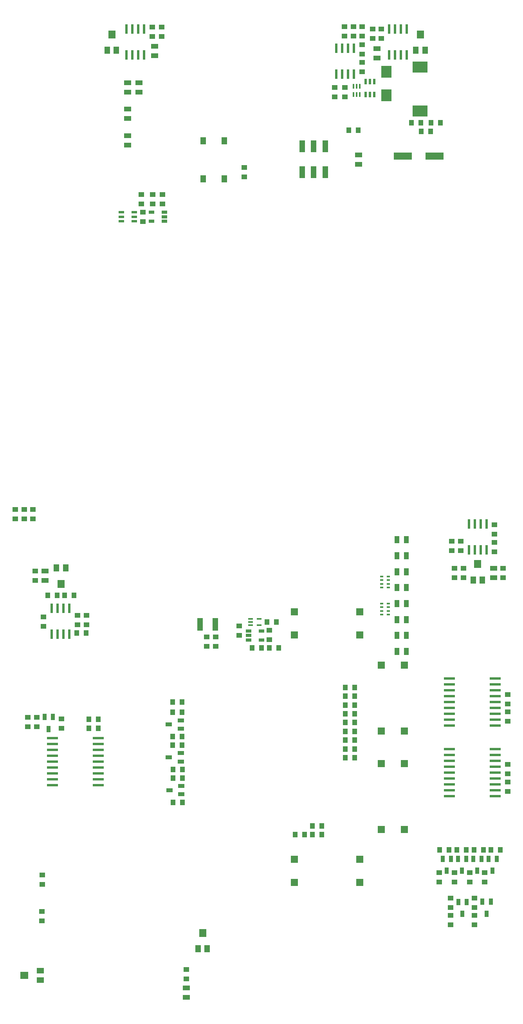
<source format=gtp>
G04*
G04 #@! TF.GenerationSoftware,Altium Limited,Altium Designer,18.1.9 (240)*
G04*
G04 Layer_Color=8421504*
%FSLAX44Y44*%
%MOMM*%
G71*
G01*
G75*
%ADD79R,1.2000X2.5000*%
%ADD80R,1.2700X1.0160*%
%ADD81R,1.5240X1.0160*%
%ADD82R,1.0160X1.2700*%
%ADD83R,1.6000X1.7000*%
%ADD84R,1.2000X1.5000*%
%ADD85R,1.7000X1.6000*%
%ADD86R,1.5000X1.2000*%
%ADD87R,2.4000X0.6000*%
%ADD88R,0.6000X2.0000*%
%ADD89R,3.2000X2.4000*%
%ADD90R,4.0000X1.5000*%
%ADD91R,0.6000X1.2000*%
%ADD92R,0.3500X1.0500*%
%ADD93R,1.2000X0.7000*%
%ADD94R,1.2000X0.6000*%
%ADD95R,1.4000X0.9000*%
%ADD96R,1.2700X2.7000*%
%ADD97R,1.0160X1.5240*%
%ADD98R,0.7000X0.4500*%
%ADD99R,0.9000X1.4000*%
%ADD100R,1.6000X1.6000*%
%ADD101R,1.6000X1.6000*%
%ADD102R,1.0500X0.3500*%
%ADD103R,1.0000X0.3500*%
%ADD104R,2.3000X2.5000*%
%ADD105R,1.3000X1.6000*%
D79*
X327000Y-54000D02*
D03*
Y2000D02*
D03*
X377000D02*
D03*
Y-54000D02*
D03*
X352000Y2000D02*
D03*
Y-54000D02*
D03*
D80*
X651100Y-850840D02*
D03*
Y-871160D02*
D03*
X-139000Y-1031160D02*
D03*
Y-1010840D02*
D03*
X-159000Y-1031160D02*
D03*
Y-1010840D02*
D03*
X772000Y-1370000D02*
D03*
Y-1390320D02*
D03*
Y-1332350D02*
D03*
Y-1352670D02*
D03*
Y-1181440D02*
D03*
Y-1201760D02*
D03*
Y-1218440D02*
D03*
Y-1238760D02*
D03*
X743000Y-852840D02*
D03*
Y-873160D02*
D03*
Y-815190D02*
D03*
Y-835510D02*
D03*
X670000Y-850680D02*
D03*
Y-871000D02*
D03*
X657000Y-908840D02*
D03*
Y-929160D02*
D03*
X676200D02*
D03*
Y-908840D02*
D03*
X762000Y-929160D02*
D03*
Y-908840D02*
D03*
X457000Y240000D02*
D03*
Y260320D02*
D03*
X438000Y239840D02*
D03*
Y260160D02*
D03*
X419000D02*
D03*
Y239840D02*
D03*
X457000Y183060D02*
D03*
Y162740D02*
D03*
Y221000D02*
D03*
Y200680D02*
D03*
X498000Y234840D02*
D03*
Y255160D02*
D03*
X480000Y234840D02*
D03*
Y255160D02*
D03*
X420000Y129160D02*
D03*
Y108840D02*
D03*
X398000Y129160D02*
D03*
Y108840D02*
D03*
X23000Y238840D02*
D03*
Y259160D02*
D03*
X3000D02*
D03*
Y238840D02*
D03*
X-21000Y-101840D02*
D03*
Y-122160D02*
D03*
X4000Y-101840D02*
D03*
Y-122160D02*
D03*
X25000D02*
D03*
Y-101840D02*
D03*
X-17410Y-139840D02*
D03*
Y-160160D02*
D03*
X-250000Y-914840D02*
D03*
Y-935160D02*
D03*
X-232000Y-1034160D02*
D03*
Y-1013840D02*
D03*
X-193000Y-1233840D02*
D03*
Y-1254160D02*
D03*
X722000Y-1565840D02*
D03*
Y-1586160D02*
D03*
X690000Y-1565840D02*
D03*
Y-1586160D02*
D03*
X657000D02*
D03*
Y-1565840D02*
D03*
X624000D02*
D03*
Y-1586160D02*
D03*
X648000Y-1641160D02*
D03*
Y-1620840D02*
D03*
X700000Y-1641160D02*
D03*
Y-1620840D02*
D03*
X700100Y-1678160D02*
D03*
Y-1657840D02*
D03*
X648000Y-1678320D02*
D03*
Y-1658000D02*
D03*
X77000Y-1774840D02*
D03*
Y-1795160D02*
D03*
X-236000Y-1670000D02*
D03*
Y-1649680D02*
D03*
X-235000Y-1570866D02*
D03*
Y-1591186D02*
D03*
X-247000Y-1230840D02*
D03*
Y-1251160D02*
D03*
X-266000Y-1251160D02*
D03*
Y-1230840D02*
D03*
X140000Y-1056840D02*
D03*
Y-1077160D02*
D03*
X121000D02*
D03*
Y-1056840D02*
D03*
X-255000Y-781840D02*
D03*
Y-802160D02*
D03*
X-274000D02*
D03*
Y-781840D02*
D03*
X-293000Y-802160D02*
D03*
Y-781840D02*
D03*
X256000Y-1042840D02*
D03*
Y-1063160D02*
D03*
X191000Y-1033680D02*
D03*
Y-1054000D02*
D03*
X202000Y-43840D02*
D03*
Y-64160D02*
D03*
D81*
X449000Y-16840D02*
D03*
Y-37160D02*
D03*
X741000Y-929160D02*
D03*
Y-908840D02*
D03*
X489000Y213160D02*
D03*
Y192840D02*
D03*
X-229000Y-914840D02*
D03*
Y-935160D02*
D03*
X77000Y-1835000D02*
D03*
Y-1814680D02*
D03*
X-50000Y118840D02*
D03*
Y139160D02*
D03*
X-26000Y118840D02*
D03*
Y139160D02*
D03*
X-50000Y61840D02*
D03*
Y82160D02*
D03*
Y4840D02*
D03*
Y25160D02*
D03*
X8000Y218160D02*
D03*
Y197840D02*
D03*
D82*
X448748Y36419D02*
D03*
X428428D02*
D03*
X67160Y-1198000D02*
D03*
X46840D02*
D03*
X626160Y52500D02*
D03*
X605840D02*
D03*
X584840Y34000D02*
D03*
X605160D02*
D03*
X563840Y52500D02*
D03*
X584160D02*
D03*
X-186382Y-967000D02*
D03*
X-166062D02*
D03*
X-223160D02*
D03*
X-202840D02*
D03*
X-139840Y-1049000D02*
D03*
X-160160D02*
D03*
X-113840Y-1235000D02*
D03*
X-134160D02*
D03*
X-133790Y-1254000D02*
D03*
X-113470D02*
D03*
X67160Y-1272000D02*
D03*
X46840D02*
D03*
X67160Y-1291000D02*
D03*
X46840D02*
D03*
X68160Y-1343000D02*
D03*
X47840D02*
D03*
X68160Y-1362000D02*
D03*
X47840D02*
D03*
X68160Y-1414000D02*
D03*
X47840D02*
D03*
X369700Y-1484000D02*
D03*
X349380D02*
D03*
X311840D02*
D03*
X332160D02*
D03*
X420840Y-1299000D02*
D03*
X441160D02*
D03*
Y-1280000D02*
D03*
X420840D02*
D03*
Y-1318000D02*
D03*
X441160D02*
D03*
X735840Y-1517000D02*
D03*
X756160D02*
D03*
X698840D02*
D03*
X719160D02*
D03*
X682320D02*
D03*
X662000D02*
D03*
X624840D02*
D03*
X645160D02*
D03*
X441160Y-1185000D02*
D03*
X420840D02*
D03*
X441160Y-1166000D02*
D03*
X420840D02*
D03*
X441160Y-1204000D02*
D03*
X420840D02*
D03*
Y-1223000D02*
D03*
X441160D02*
D03*
Y-1261000D02*
D03*
X420840D02*
D03*
Y-1242000D02*
D03*
X441160D02*
D03*
X349231Y-1465000D02*
D03*
X369551D02*
D03*
X46840Y-1220000D02*
D03*
X67160D02*
D03*
X271160Y-1025000D02*
D03*
X250840D02*
D03*
X276320Y-1081000D02*
D03*
X256000D02*
D03*
X239000D02*
D03*
X218680D02*
D03*
D83*
X112000Y-1696000D02*
D03*
X-84516Y243690D02*
D03*
X583212D02*
D03*
X707000Y-900000D02*
D03*
X-194000Y-942836D02*
D03*
D84*
X102000Y-1730500D02*
D03*
X122000D02*
D03*
X-94516Y209190D02*
D03*
X-74516D02*
D03*
X573212D02*
D03*
X593212D02*
D03*
X697000Y-934500D02*
D03*
X717000D02*
D03*
X-184000Y-908336D02*
D03*
X-204000D02*
D03*
D85*
X-274000Y-1788000D02*
D03*
D86*
X-239500Y-1798000D02*
D03*
Y-1778000D02*
D03*
D87*
X744530Y-1311700D02*
D03*
Y-1324400D02*
D03*
Y-1337100D02*
D03*
Y-1349800D02*
D03*
Y-1362500D02*
D03*
Y-1375200D02*
D03*
Y-1387900D02*
D03*
Y-1400600D02*
D03*
Y-1299000D02*
D03*
X645470Y-1375200D02*
D03*
Y-1362500D02*
D03*
Y-1349800D02*
D03*
Y-1337100D02*
D03*
Y-1324400D02*
D03*
Y-1311700D02*
D03*
Y-1299000D02*
D03*
Y-1387900D02*
D03*
Y-1400600D02*
D03*
X744530Y-1159600D02*
D03*
Y-1172300D02*
D03*
Y-1185000D02*
D03*
Y-1197700D02*
D03*
Y-1210400D02*
D03*
Y-1223100D02*
D03*
Y-1235800D02*
D03*
Y-1248500D02*
D03*
Y-1146900D02*
D03*
X645470Y-1223100D02*
D03*
Y-1210400D02*
D03*
Y-1197700D02*
D03*
Y-1185000D02*
D03*
Y-1172300D02*
D03*
Y-1159600D02*
D03*
Y-1146900D02*
D03*
Y-1235800D02*
D03*
Y-1248500D02*
D03*
X-113470Y-1287900D02*
D03*
Y-1300600D02*
D03*
Y-1313300D02*
D03*
Y-1326000D02*
D03*
Y-1338700D02*
D03*
Y-1351400D02*
D03*
Y-1364100D02*
D03*
Y-1376800D02*
D03*
Y-1275200D02*
D03*
X-212530Y-1351400D02*
D03*
Y-1338700D02*
D03*
Y-1326000D02*
D03*
Y-1313300D02*
D03*
Y-1300600D02*
D03*
Y-1287900D02*
D03*
Y-1275200D02*
D03*
Y-1364100D02*
D03*
Y-1376800D02*
D03*
D88*
X687950Y-868940D02*
D03*
X700650D02*
D03*
X713350D02*
D03*
X726050D02*
D03*
X687950Y-813060D02*
D03*
X700650D02*
D03*
X713350D02*
D03*
X726050D02*
D03*
X439050Y213940D02*
D03*
X426350D02*
D03*
X413650D02*
D03*
X400950D02*
D03*
X439050Y158060D02*
D03*
X426350D02*
D03*
X413650D02*
D03*
X400950D02*
D03*
X553050Y254940D02*
D03*
X540350D02*
D03*
X527650D02*
D03*
X514950D02*
D03*
X553050Y199060D02*
D03*
X540350D02*
D03*
X527650D02*
D03*
X514950D02*
D03*
X-53050D02*
D03*
X-40350D02*
D03*
X-27650D02*
D03*
X-14950D02*
D03*
X-53050Y254940D02*
D03*
X-40350D02*
D03*
X-27650D02*
D03*
X-14950D02*
D03*
X-176222Y-995060D02*
D03*
X-188922D02*
D03*
X-201622D02*
D03*
X-214322D02*
D03*
X-176222Y-1050940D02*
D03*
X-188922D02*
D03*
X-201622D02*
D03*
X-214322D02*
D03*
D89*
X582000Y78500D02*
D03*
Y173500D02*
D03*
D90*
X544710Y-19000D02*
D03*
X613290D02*
D03*
D91*
X474000Y114000D02*
D03*
X483500D02*
D03*
Y142000D02*
D03*
X474000D02*
D03*
X464500D02*
D03*
Y114000D02*
D03*
D92*
X451500Y131750D02*
D03*
X445000D02*
D03*
X438500D02*
D03*
X451500Y114250D02*
D03*
X438500D02*
D03*
X445000D02*
D03*
D93*
X1000Y-159500D02*
D03*
X29000D02*
D03*
Y-150000D02*
D03*
Y-140500D02*
D03*
X1000D02*
D03*
X239000Y-1063500D02*
D03*
X211000D02*
D03*
Y-1054000D02*
D03*
Y-1044500D02*
D03*
X239000D02*
D03*
D94*
X-36000Y-159500D02*
D03*
X-64000D02*
D03*
Y-150000D02*
D03*
Y-140500D02*
D03*
X-36000D02*
D03*
Y-150000D02*
D03*
D95*
X65000Y-1255000D02*
D03*
Y-1237000D02*
D03*
X39000Y-1246000D02*
D03*
X65000Y-1326000D02*
D03*
Y-1308000D02*
D03*
X39000Y-1317000D02*
D03*
X66000Y-1397000D02*
D03*
Y-1379000D02*
D03*
X40000Y-1388000D02*
D03*
D96*
X106500Y-1030000D02*
D03*
X139500D02*
D03*
D97*
X552160Y-847000D02*
D03*
X531840D02*
D03*
X552160Y-881500D02*
D03*
X531840D02*
D03*
X552160Y-916156D02*
D03*
X531840D02*
D03*
X552160Y-950500D02*
D03*
X531840D02*
D03*
X552320Y-985000D02*
D03*
X532000D02*
D03*
X552160Y-1019500D02*
D03*
X531840D02*
D03*
X552160Y-1054000D02*
D03*
X531840D02*
D03*
X552160Y-1088500D02*
D03*
X531840D02*
D03*
D98*
X498981Y-926500D02*
D03*
Y-934500D02*
D03*
Y-942500D02*
D03*
X513981Y-926500D02*
D03*
X498981Y-950500D02*
D03*
X513981Y-934500D02*
D03*
Y-942500D02*
D03*
Y-950500D02*
D03*
X498981Y-985000D02*
D03*
Y-993000D02*
D03*
Y-1001000D02*
D03*
X513981Y-985000D02*
D03*
X498981Y-1009000D02*
D03*
X513981Y-993000D02*
D03*
Y-1001000D02*
D03*
Y-1009000D02*
D03*
D99*
X649000Y-1536000D02*
D03*
X631000D02*
D03*
X640000Y-1562000D02*
D03*
X682000Y-1536000D02*
D03*
X664000D02*
D03*
X673000Y-1562000D02*
D03*
X715000Y-1536000D02*
D03*
X697000D02*
D03*
X706000Y-1562000D02*
D03*
X748000Y-1536000D02*
D03*
X730000D02*
D03*
X739000Y-1562000D02*
D03*
X683000Y-1629000D02*
D03*
X665000D02*
D03*
X674000Y-1655000D02*
D03*
X735000Y-1628540D02*
D03*
X717000D02*
D03*
X726000Y-1654540D02*
D03*
X-221000Y-1256000D02*
D03*
X-230000Y-1230000D02*
D03*
X-212000D02*
D03*
D100*
X452000Y-1002500D02*
D03*
Y-1052500D02*
D03*
X310000Y-1002500D02*
D03*
Y-1052500D02*
D03*
X452000Y-1537500D02*
D03*
Y-1587500D02*
D03*
X310000Y-1537500D02*
D03*
Y-1587500D02*
D03*
D101*
X548000Y-1259900D02*
D03*
X497999D02*
D03*
X548000Y-1117900D02*
D03*
X498000D02*
D03*
X548000Y-1472900D02*
D03*
X498000D02*
D03*
X548000Y-1330900D02*
D03*
X498000D02*
D03*
D102*
X215750Y-1018500D02*
D03*
Y-1025000D02*
D03*
X234250Y-1018500D02*
D03*
D103*
X215750Y-1031500D02*
D03*
X234250D02*
D03*
D104*
X509000Y112600D02*
D03*
Y163400D02*
D03*
D105*
X158500Y14250D02*
D03*
Y-68250D02*
D03*
X113500D02*
D03*
Y14250D02*
D03*
M02*

</source>
